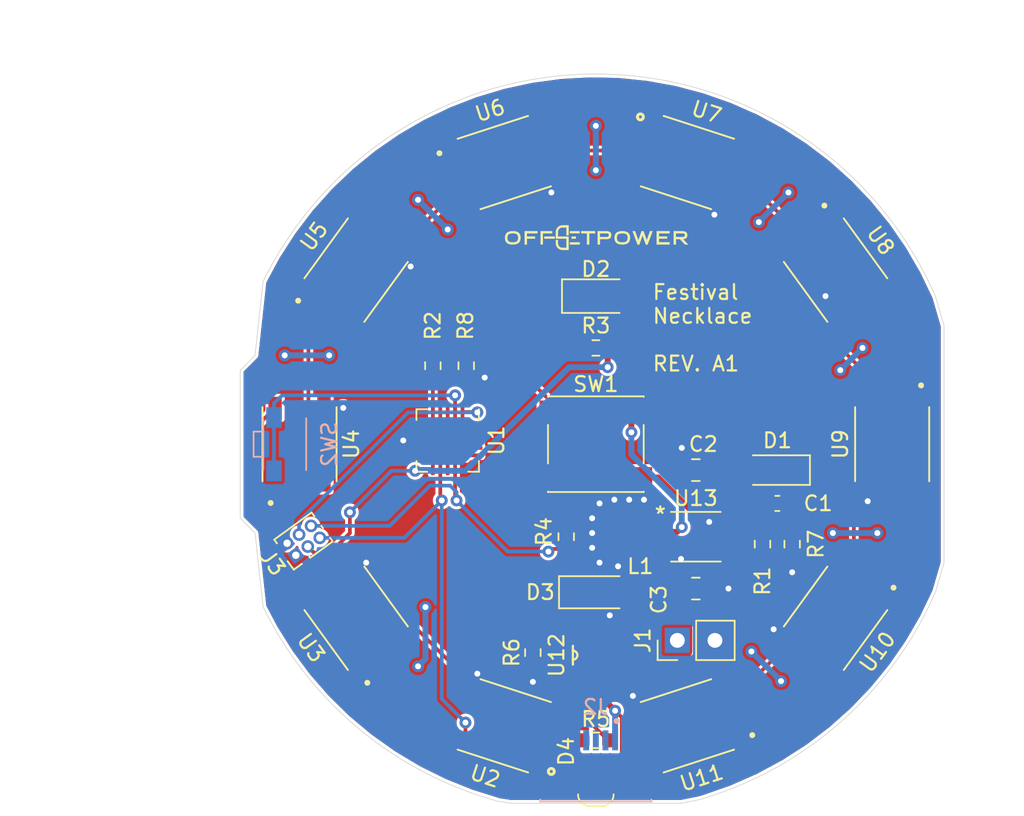
<source format=kicad_pcb>
(kicad_pcb (version 20171130) (host pcbnew "(5.1.10)-1")
  (layers (0 F.Cu signal) (31 B.Cu signal) (34 B.Paste user) (35 F.Paste user) (36 B.SilkS user) (37 F.SilkS user) (38 B.Mask user) (39 F.Mask user) (44 Edge.Cuts user))
  (net 0 "")
  (net 1 VCC)
  (net 2 GND)
  (net 3 ~RESET~)
  (net 4 IR_RX-CLK)
  (net 5 PWR_EN)
  (net 6 "Net-(U1-Pad3)")
  (net 7 BTTN)
  (net 8 LED_DO-MISO)
  (net 9 IR_TX-MOSI)
  (net 10 "Net-(U2-Pad2)")
  (net 11 "Net-(U3-Pad2)")
  (net 12 "Net-(U4-Pad2)")
  (net 13 "Net-(U5-Pad2)")
  (net 14 "Net-(U1-Pad20)")
  (net 15 "Net-(U1-Pad19)")
  (net 16 "Net-(U1-Pad18)")
  (net 17 "Net-(U1-Pad17)")
  (net 18 "Net-(U1-Pad16)")
  (net 19 "Net-(U1-Pad13)")
  (net 20 "Net-(U1-Pad10)")
  (net 21 "Net-(U1-Pad9)")
  (net 22 "Net-(U1-Pad7)")
  (net 23 "Net-(U1-Pad6)")
  (net 24 "Net-(U1-Pad4)")
  (net 25 "Net-(D2-Pad1)")
  (net 26 VBAT)
  (net 27 "Net-(R5-Pad2)")
  (net 28 "Net-(R6-Pad2)")
  (net 29 "Net-(D4-Pad2)")
  (net 30 "Net-(D4-Pad1)")
  (net 31 "Net-(J2-Pad3)")
  (net 32 "Net-(J2-Pad2)")
  (net 33 "Net-(J2-Pad4)")
  (net 34 LED_DO5)
  (net 35 "Net-(U7-Pad2)")
  (net 36 "Net-(U8-Pad2)")
  (net 37 "Net-(U10-Pad4)")
  (net 38 "Net-(U10-Pad2)")
  (net 39 "Net-(U11-Pad2)")
  (net 40 "Net-(C1-Pad1)")
  (net 41 "Net-(C1-Pad2)")
  (net 42 EN)
  (net 43 "Net-(L1-Pad2)")
  (net 44 "Net-(U13-Pad6)")
  (module FestivalNecklace:Offset_Logo_13.8_4.2mm (layer F.Cu) (at 100.05 86.05)
    (fp_text reference G*** hide)
    (fp_text value LOGO hide)
  )
  (module FestivalNecklace:NRS2012T2R2MGJ (layer F.Cu) (at 102 106.25 90)
    (fp_text reference L1 (at -2 1 180) (layer F.SilkS))
    (fp_text value 2.2u hide)
    (pad 1 smd rect (at -0.675 0 90) (size 0.6604 2.0066) (layers F.Cu F.Paste F.Mask) (net 26 VBAT))
    (pad 2 smd rect (at 0.675 0 90) (size 0.6604 2.0066) (layers F.Cu F.Paste F.Mask) (net 43 "Net-(L1-Pad2)"))
  )
  (module Diode_SMD:D_SOD-123F (layer F.Cu) (at 112.25 101.75 180)
    (fp_text reference D1 (at 0 2) (layer F.SilkS))
    (fp_text value D_Schottky)
    (pad 2 smd rect (at 1.4 0 180) (size 1.1 1.1) (layers F.Cu F.Paste F.Mask) (net 40 "Net-(C1-Pad1)"))
    (pad 1 smd rect (at -1.4 0 180) (size 1.1 1.1) (layers F.Cu F.Paste F.Mask) (net 1 VCC))
  )
  (module Capacitor_SMD:C_0805_2012Metric (layer F.Cu) (at 106.75 109.75)
    (fp_text reference C3 (at -2.5 0.75 90) (layer F.SilkS))
    (fp_text value 10uF)
    (pad 2 smd roundrect (at 0.95 0) (size 1 1.45) (layers F.Cu F.Paste F.Mask) (net 2 GND))
    (pad 1 smd roundrect (at -0.95 0) (size 1 1.45) (layers F.Cu F.Paste F.Mask) (net 26 VBAT))
  )
  (module Capacitor_SMD:C_0805_2012Metric (layer F.Cu) (at 106.75 101.75 180)
    (fp_text reference C2 (at -0.5 1.75) (layer F.SilkS))
    (fp_text value 22uF)
    (pad 2 smd roundrect (at 0.95 0 180) (size 1 1.45) (layers F.Cu F.Paste F.Mask) (net 2 GND))
    (pad 1 smd roundrect (at -0.95 0 180) (size 1 1.45) (layers F.Cu F.Paste F.Mask) (net 40 "Net-(C1-Pad1)"))
  )
  (module Capacitor_SMD:C_0603_1608Metric (layer F.Cu) (at 112.25 104)
    (fp_text reference C1 (at 2.75 0) (layer F.SilkS))
    (fp_text value 1n)
    (pad 2 smd roundrect (at 0.775 0) (size 0.9 0.95) (layers F.Cu F.Paste F.Mask) (net 41 "Net-(C1-Pad2)"))
    (pad 1 smd roundrect (at -0.775 0) (size 0.9 0.95) (layers F.Cu F.Paste F.Mask) (net 40 "Net-(C1-Pad1)"))
  )
  (module FestivalNecklace:PAM2401SCADJ (layer F.Cu) (at 106.75 106.25)
    (fp_text reference U13 (at 0 -2.6) (layer F.SilkS))
    (fp_text value PAM2401SCADJ hide)
    (fp_text user * (at -2.4 -1.5) (layer F.SilkS))
    (pad 1 smd rect (at -2.1209 -0.97536) (size 1.0414 0.381) (layers F.Cu F.Paste F.Mask) (net 43 "Net-(L1-Pad2)"))
    (pad 2 smd rect (at -2.1209 -0.32512) (size 1.0414 0.381) (layers F.Cu F.Paste F.Mask) (net 42 EN))
    (pad 3 smd rect (at -2.1209 0.32512) (size 1.0414 0.381) (layers F.Cu F.Paste F.Mask) (net 26 VBAT))
    (pad 4 smd rect (at -2.1209 0.97536) (size 1.0414 0.381) (layers F.Cu F.Paste F.Mask) (net 2 GND))
    (pad 5 smd rect (at 2.1209 0.97536) (size 1.0414 0.381) (layers F.Cu F.Paste F.Mask) (net 41 "Net-(C1-Pad2)"))
    (pad 6 smd rect (at 2.1209 0.32512) (size 1.0414 0.381) (layers F.Cu F.Paste F.Mask) (net 44 "Net-(U13-Pad6)"))
    (pad 7 smd rect (at 2.1209 -0.32512) (size 1.0414 0.381) (layers F.Cu F.Paste F.Mask) (net 40 "Net-(C1-Pad1)"))
    (pad 8 smd rect (at 2.1209 -0.97536) (size 1.0414 0.381) (layers F.Cu F.Paste F.Mask) (net 2 GND))
  )
  (module Resistor_SMD:R_0603_1608Metric (layer F.Cu) (at 91.25 94.7 90)
    (fp_text reference R8 (at 2.7 -0.05 90) (layer F.SilkS))
    (fp_text value 100k)
    (pad 2 smd roundrect (at 0.825 0 90) (size 0.8 0.95) (layers F.Cu F.Paste F.Mask) (net 42 EN))
    (pad 1 smd roundrect (at -0.825 0 90) (size 0.8 0.95) (layers F.Cu F.Paste F.Mask) (net 2 GND))
  )
  (module Resistor_SMD:R_0603_1608Metric (layer F.Cu) (at 113.25 106.75 90)
    (fp_text reference R7 (at 0 1.6 90) (layer F.SilkS))
    (fp_text value 100k)
    (pad 2 smd roundrect (at 0.825 0 90) (size 0.8 0.95) (layers F.Cu F.Paste F.Mask) (net 41 "Net-(C1-Pad2)"))
    (pad 1 smd roundrect (at -0.825 0 90) (size 0.8 0.95) (layers F.Cu F.Paste F.Mask) (net 2 GND))
  )
  (module Resistor_SMD:R_0603_1608Metric (layer F.Cu) (at 89 94.7 90)
    (fp_text reference R2 (at 2.7 0 90) (layer F.SilkS))
    (fp_text value 1.5k)
    (pad 2 smd roundrect (at 0.825 0 90) (size 0.8 0.95) (layers F.Cu F.Paste F.Mask) (net 42 EN))
    (pad 1 smd roundrect (at -0.825 0 90) (size 0.8 0.95) (layers F.Cu F.Paste F.Mask) (net 5 PWR_EN))
  )
  (module Resistor_SMD:R_0603_1608Metric (layer F.Cu) (at 111.25 106.75 90)
    (fp_text reference R1 (at -2.5 0 90) (layer F.SilkS))
    (fp_text value 750k)
    (pad 2 smd roundrect (at 0.825 0 90) (size 0.8 0.95) (layers F.Cu F.Paste F.Mask) (net 40 "Net-(C1-Pad1)"))
    (pad 1 smd roundrect (at -0.825 0 90) (size 0.8 0.95) (layers F.Cu F.Paste F.Mask) (net 41 "Net-(C1-Pad2)"))
  )
  (module Connector_PinHeader_2.54mm:PinHeader_1x02_P2.54mm_Vertical (layer F.Cu) (at 105.5 113.25 90)
    (fp_text reference J1 (at 0 -2.33 90) (layer F.SilkS))
    (fp_text value Conn_01x02)
    (pad 2 thru_hole oval (at 0 2.54 90) (size 1.7 1.7) (drill 1) (layers *.Cu *.Mask) (net 2 GND))
    (pad 1 thru_hole rect (at 0 0 90) (size 1.7 1.7) (drill 1) (layers *.Cu *.Mask) (net 26 VBAT))
  )
  (module FestivalNecklace:SOT95P270X145-5N (layer F.Cu) (at 100 114.25 90)
    (fp_text reference U12 (at 0 -2.65 90) (layer F.SilkS))
    (fp_text value MCP73832T-2ACI_OT)
    (pad 1 smd rect (at -1.3716 -0.9398 90) (size 1.3208 0.5588) (layers F.Cu F.Paste F.Mask) (net 27 "Net-(R5-Pad2)"))
    (pad 2 smd rect (at -1.3716 0 90) (size 1.3208 0.5588) (layers F.Cu F.Paste F.Mask) (net 29 "Net-(D4-Pad2)"))
    (pad 3 smd rect (at -1.3716 0.9398 90) (size 1.3208 0.5588) (layers F.Cu F.Paste F.Mask) (net 26 VBAT))
    (pad 4 smd rect (at 1.3716 0.9398 90) (size 1.3208 0.5588) (layers F.Cu F.Paste F.Mask) (net 2 GND))
    (pad 5 smd rect (at 1.3716 -0.9398 90) (size 1.3208 0.5588) (layers F.Cu F.Paste F.Mask) (net 28 "Net-(R6-Pad2)"))
  )
  (module FestivalNecklace:LED_WS2812B-B (layer F.Cu) (at 106.1803 119.0211 198)
    (fp_text reference U11 (at 0.175 -3.635 18) (layer F.SilkS))
    (fp_text value WS2812B-B)
    (pad 1 smd rect (at -2.45 -1.65 198) (size 1.5 0.9) (layers F.Cu F.Paste F.Mask) (net 1 VCC))
    (pad 2 smd rect (at -2.45 1.65 198) (size 1.5 0.9) (layers F.Cu F.Paste F.Mask) (net 39 "Net-(U11-Pad2)"))
    (pad 3 smd rect (at 2.45 1.65 198) (size 1.5 0.9) (layers F.Cu F.Paste F.Mask) (net 2 GND))
    (pad 4 smd rect (at 2.45 -1.65 198) (size 1.5 0.9) (layers F.Cu F.Paste F.Mask) (net 38 "Net-(U10-Pad2)"))
  )
  (module FestivalNecklace:LED_WS2812B-B (layer F.Cu) (at 116.1803 111.7557 234)
    (fp_text reference U10 (at 0.175 -3.635 54) (layer F.SilkS))
    (fp_text value WS2812B-B)
    (pad 1 smd rect (at -2.45 -1.65 234) (size 1.5 0.9) (layers F.Cu F.Paste F.Mask) (net 1 VCC))
    (pad 2 smd rect (at -2.45 1.65 234) (size 1.5 0.9) (layers F.Cu F.Paste F.Mask) (net 38 "Net-(U10-Pad2)"))
    (pad 3 smd rect (at 2.45 1.65 234) (size 1.5 0.9) (layers F.Cu F.Paste F.Mask) (net 2 GND))
    (pad 4 smd rect (at 2.45 -1.65 234) (size 1.5 0.9) (layers F.Cu F.Paste F.Mask) (net 37 "Net-(U10-Pad4)"))
  )
  (module FestivalNecklace:LED_WS2812B-B (layer F.Cu) (at 120 100 270)
    (fp_text reference U9 (at 0 3.5 90) (layer F.SilkS))
    (fp_text value WS2812B-B)
    (pad 1 smd rect (at -2.45 -1.65 270) (size 1.5 0.9) (layers F.Cu F.Paste F.Mask) (net 1 VCC))
    (pad 2 smd rect (at -2.45 1.65 270) (size 1.5 0.9) (layers F.Cu F.Paste F.Mask) (net 37 "Net-(U10-Pad4)"))
    (pad 3 smd rect (at 2.45 1.65 270) (size 1.5 0.9) (layers F.Cu F.Paste F.Mask) (net 2 GND))
    (pad 4 smd rect (at 2.45 -1.65 270) (size 1.5 0.9) (layers F.Cu F.Paste F.Mask) (net 36 "Net-(U8-Pad2)"))
  )
  (module FestivalNecklace:LED_WS2812B-B (layer F.Cu) (at 116.1803 88.2443 306)
    (fp_text reference U8 (at 0.175 -3.635 126) (layer F.SilkS))
    (fp_text value WS2812B-B)
    (pad 1 smd rect (at -2.45 -1.65 306) (size 1.5 0.9) (layers F.Cu F.Paste F.Mask) (net 1 VCC))
    (pad 2 smd rect (at -2.45 1.65 306) (size 1.5 0.9) (layers F.Cu F.Paste F.Mask) (net 36 "Net-(U8-Pad2)"))
    (pad 3 smd rect (at 2.45 1.65 306) (size 1.5 0.9) (layers F.Cu F.Paste F.Mask) (net 2 GND))
    (pad 4 smd rect (at 2.45 -1.65 306) (size 1.5 0.9) (layers F.Cu F.Paste F.Mask) (net 35 "Net-(U7-Pad2)"))
  )
  (module FestivalNecklace:LED_WS2812B-B (layer F.Cu) (at 106.1803 80.9789 342)
    (fp_text reference U7 (at 0.175 -3.635 162) (layer F.SilkS))
    (fp_text value WS2812B-B)
    (pad 1 smd rect (at -2.45 -1.65 342) (size 1.5 0.9) (layers F.Cu F.Paste F.Mask) (net 1 VCC))
    (pad 2 smd rect (at -2.45 1.65 342) (size 1.5 0.9) (layers F.Cu F.Paste F.Mask) (net 35 "Net-(U7-Pad2)"))
    (pad 3 smd rect (at 2.45 1.65 342) (size 1.5 0.9) (layers F.Cu F.Paste F.Mask) (net 2 GND))
    (pad 4 smd rect (at 2.45 -1.65 342) (size 1.5 0.9) (layers F.Cu F.Paste F.Mask) (net 34 LED_DO5))
  )
  (module FestivalNecklace:LED_WS2812B-B (layer F.Cu) (at 93.8197 80.9789 18)
    (fp_text reference U6 (at 0.175 -3.635 18) (layer F.SilkS))
    (fp_text value WS2812B-B)
    (pad 1 smd rect (at -2.45 -1.65 18) (size 1.5 0.9) (layers F.Cu F.Paste F.Mask) (net 1 VCC))
    (pad 2 smd rect (at -2.45 1.65 18) (size 1.5 0.9) (layers F.Cu F.Paste F.Mask) (net 34 LED_DO5))
    (pad 3 smd rect (at 2.45 1.65 18) (size 1.5 0.9) (layers F.Cu F.Paste F.Mask) (net 2 GND))
    (pad 4 smd rect (at 2.45 -1.65 18) (size 1.5 0.9) (layers F.Cu F.Paste F.Mask) (net 13 "Net-(U5-Pad2)"))
  )
  (module FestivalNecklace:LED_WS2812B-B (layer F.Cu) (at 83.8197 88.2443 54)
    (fp_text reference U5 (at 0.175 -3.635 54) (layer F.SilkS))
    (fp_text value WS2812B-B)
    (pad 1 smd rect (at -2.45 -1.65 54) (size 1.5 0.9) (layers F.Cu F.Paste F.Mask) (net 1 VCC))
    (pad 2 smd rect (at -2.45 1.65 54) (size 1.5 0.9) (layers F.Cu F.Paste F.Mask) (net 13 "Net-(U5-Pad2)"))
    (pad 3 smd rect (at 2.45 1.65 54) (size 1.5 0.9) (layers F.Cu F.Paste F.Mask) (net 2 GND))
    (pad 4 smd rect (at 2.45 -1.65 54) (size 1.5 0.9) (layers F.Cu F.Paste F.Mask) (net 12 "Net-(U4-Pad2)"))
  )
  (module FestivalNecklace:LED_WS2812B-B (layer F.Cu) (at 80 100 90)
    (fp_text reference U4 (at 0 3.5 90) (layer F.SilkS))
    (fp_text value WS2812B-B)
    (pad 1 smd rect (at -2.45 -1.65 90) (size 1.5 0.9) (layers F.Cu F.Paste F.Mask) (net 1 VCC))
    (pad 2 smd rect (at -2.45 1.65 90) (size 1.5 0.9) (layers F.Cu F.Paste F.Mask) (net 12 "Net-(U4-Pad2)"))
    (pad 3 smd rect (at 2.45 1.65 90) (size 1.5 0.9) (layers F.Cu F.Paste F.Mask) (net 2 GND))
    (pad 4 smd rect (at 2.45 -1.65 90) (size 1.5 0.9) (layers F.Cu F.Paste F.Mask) (net 11 "Net-(U3-Pad2)"))
  )
  (module FestivalNecklace:LED_WS2812B-B (layer F.Cu) (at 83.8197 111.7557 126)
    (fp_text reference U3 (at 0.175 -3.635 126) (layer F.SilkS))
    (fp_text value WS2812B-B)
    (pad 1 smd rect (at -2.45 -1.65 126) (size 1.5 0.9) (layers F.Cu F.Paste F.Mask) (net 1 VCC))
    (pad 2 smd rect (at -2.45 1.65 126) (size 1.5 0.9) (layers F.Cu F.Paste F.Mask) (net 11 "Net-(U3-Pad2)"))
    (pad 3 smd rect (at 2.45 1.65 126) (size 1.5 0.9) (layers F.Cu F.Paste F.Mask) (net 2 GND))
    (pad 4 smd rect (at 2.45 -1.65 126) (size 1.5 0.9) (layers F.Cu F.Paste F.Mask) (net 10 "Net-(U2-Pad2)"))
  )
  (module FestivalNecklace:LED_WS2812B-B (layer F.Cu) (at 93.8197 119.0211 162)
    (fp_text reference U2 (at 0.175 -3.635 162) (layer F.SilkS))
    (fp_text value WS2812B-B)
    (pad 1 smd rect (at -2.45 -1.65 162) (size 1.5 0.9) (layers F.Cu F.Paste F.Mask) (net 1 VCC))
    (pad 2 smd rect (at -2.45 1.65 162) (size 1.5 0.9) (layers F.Cu F.Paste F.Mask) (net 10 "Net-(U2-Pad2)"))
    (pad 3 smd rect (at 2.45 1.65 162) (size 1.5 0.9) (layers F.Cu F.Paste F.Mask) (net 2 GND))
    (pad 4 smd rect (at 2.45 -1.65 162) (size 1.5 0.9) (layers F.Cu F.Paste F.Mask) (net 8 LED_DO-MISO))
  )
  (module Package_DFN_QFN:QFN-20-1EP_4x4mm_P0.5mm_EP2.6x2.6mm (layer F.Cu) (at 90 99.75 270)
    (fp_text reference U1 (at 0 -3.3 90) (layer F.SilkS))
    (fp_text value ATtiny45V-10MU)
    (pad 21 smd rect (at 0 0 270) (size 2.6 2.6) (layers F.Cu F.Mask) (net 2 GND))
    (pad 20 smd roundrect (at -1 -1.925 270) (size 0.25 0.85) (layers F.Cu F.Paste F.Mask) (net 14 "Net-(U1-Pad20)"))
    (pad 19 smd roundrect (at -0.5 -1.925 270) (size 0.25 0.85) (layers F.Cu F.Paste F.Mask) (net 15 "Net-(U1-Pad19)"))
    (pad 18 smd roundrect (at 0 -1.925 270) (size 0.25 0.85) (layers F.Cu F.Paste F.Mask) (net 16 "Net-(U1-Pad18)"))
    (pad 17 smd roundrect (at 0.5 -1.925 270) (size 0.25 0.85) (layers F.Cu F.Paste F.Mask) (net 17 "Net-(U1-Pad17)"))
    (pad 16 smd roundrect (at 1 -1.925 270) (size 0.25 0.85) (layers F.Cu F.Paste F.Mask) (net 18 "Net-(U1-Pad16)"))
    (pad 15 smd roundrect (at 1.925 -1 270) (size 0.85 0.25) (layers F.Cu F.Paste F.Mask) (net 1 VCC))
    (pad 14 smd roundrect (at 1.925 -0.5 270) (size 0.85 0.25) (layers F.Cu F.Paste F.Mask) (net 4 IR_RX-CLK))
    (pad 13 smd roundrect (at 1.925 0 270) (size 0.85 0.25) (layers F.Cu F.Paste F.Mask) (net 19 "Net-(U1-Pad13)"))
    (pad 12 smd roundrect (at 1.925 0.5 270) (size 0.85 0.25) (layers F.Cu F.Paste F.Mask) (net 8 LED_DO-MISO))
    (pad 11 smd roundrect (at 1.925 1 270) (size 0.85 0.25) (layers F.Cu F.Paste F.Mask) (net 9 IR_TX-MOSI))
    (pad 10 smd roundrect (at 1 1.925 270) (size 0.25 0.85) (layers F.Cu F.Paste F.Mask) (net 20 "Net-(U1-Pad10)"))
    (pad 9 smd roundrect (at 0.5 1.925 270) (size 0.25 0.85) (layers F.Cu F.Paste F.Mask) (net 21 "Net-(U1-Pad9)"))
    (pad 8 smd roundrect (at 0 1.925 270) (size 0.25 0.85) (layers F.Cu F.Paste F.Mask) (net 2 GND))
    (pad 7 smd roundrect (at -0.5 1.925 270) (size 0.25 0.85) (layers F.Cu F.Paste F.Mask) (net 22 "Net-(U1-Pad7)"))
    (pad 6 smd roundrect (at -1 1.925 270) (size 0.25 0.85) (layers F.Cu F.Paste F.Mask) (net 23 "Net-(U1-Pad6)"))
    (pad 5 smd roundrect (at -1.925 1 270) (size 0.85 0.25) (layers F.Cu F.Paste F.Mask) (net 5 PWR_EN))
    (pad 4 smd roundrect (at -1.925 0.5 270) (size 0.85 0.25) (layers F.Cu F.Paste F.Mask) (net 24 "Net-(U1-Pad4)"))
    (pad 3 smd roundrect (at -1.925 0 270) (size 0.85 0.25) (layers F.Cu F.Paste F.Mask) (net 6 "Net-(U1-Pad3)"))
    (pad 2 smd roundrect (at -1.925 -0.5 270) (size 0.85 0.25) (layers F.Cu F.Paste F.Mask) (net 7 BTTN))
    (pad 1 smd roundrect (at -1.925 -1 270) (size 0.85 0.25) (layers F.Cu F.Paste F.Mask) (net 3 ~RESET~))
  )
  (module FestivalNecklace:EVQ-P7C01P (layer B.Cu) (at 79 100 90)
    (fp_text reference SW2 (at 0 3 90) (layer B.SilkS) (effects (justify mirror)))
    (fp_text value SW_Push_Dual hide)
    (pad 2 smd rect (at -1.8 -0.725 90) (size 1.4 1.05) (layers B.Cu B.Paste B.Mask) (net 7 BTTN))
    (pad 1 smd rect (at -1.8 0.725 90) (size 1.4 1.05) (layers B.Cu B.Paste B.Mask) (net 2 GND))
    (pad 1 smd rect (at 1.8 0.725 90) (size 1.4 1.05) (layers B.Cu B.Paste B.Mask) (net 2 GND))
    (pad 2 smd rect (at 1.8 -0.725 90) (size 1.4 1.05) (layers B.Cu B.Paste B.Mask) (net 7 BTTN))
  )
  (module FestivalNecklace:TL3301NF260QG (layer F.Cu) (at 100 100)
    (fp_text reference SW1 (at 0 -4.05) (layer F.SilkS))
    (fp_text value SW_Push_Dual)
    (pad 2 smd rect (at -2.4075 2.25) (size 2.785 1.4) (layers F.Cu F.Paste F.Mask) (net 26 VBAT))
    (pad 1 smd rect (at -2.4075 -2.25) (size 2.785 1.4) (layers F.Cu F.Paste F.Mask) (net 42 EN))
    (pad 1 smd rect (at 2.4075 -2.25) (size 2.785 1.4) (layers F.Cu F.Paste F.Mask) (net 42 EN))
    (pad 2 smd rect (at 2.4075 2.25) (size 2.785 1.4) (layers F.Cu F.Paste F.Mask) (net 26 VBAT))
  )
  (module Resistor_SMD:R_0603_1608Metric (layer F.Cu) (at 95.75 114.075 90)
    (fp_text reference R6 (at 0 -1.43 90) (layer F.SilkS))
    (fp_text value 4.7k)
    (pad 2 smd roundrect (at 0.825 0 90) (size 0.8 0.95) (layers F.Cu F.Paste F.Mask) (net 28 "Net-(R6-Pad2)"))
    (pad 1 smd roundrect (at -0.825 0 90) (size 0.8 0.95) (layers F.Cu F.Paste F.Mask) (net 2 GND))
  )
  (module Resistor_SMD:R_0603_1608Metric (layer F.Cu) (at 100 120)
    (fp_text reference R5 (at 0 -1.43) (layer F.SilkS))
    (fp_text value 1.5k)
    (pad 2 smd roundrect (at 0.825 0) (size 0.8 0.95) (layers F.Cu F.Paste F.Mask) (net 27 "Net-(R5-Pad2)"))
    (pad 1 smd roundrect (at -0.825 0) (size 0.8 0.95) (layers F.Cu F.Paste F.Mask) (net 30 "Net-(D4-Pad1)"))
  )
  (module Resistor_SMD:R_0603_1608Metric (layer F.Cu) (at 98 106.25 270)
    (fp_text reference R4 (at -0.35 1.5 90) (layer F.SilkS))
    (fp_text value 470k)
    (pad 2 smd roundrect (at 0.825 0 270) (size 0.8 0.95) (layers F.Cu F.Paste F.Mask) (net 4 IR_RX-CLK))
    (pad 1 smd roundrect (at -0.825 0 270) (size 0.8 0.95) (layers F.Cu F.Paste F.Mask) (net 2 GND))
  )
  (module Resistor_SMD:R_0603_1608Metric (layer F.Cu) (at 100 93.5 180)
    (fp_text reference R3 (at 0 1.5) (layer F.SilkS))
    (fp_text value 50)
    (pad 2 smd roundrect (at 0.825 0 180) (size 0.8 0.95) (layers F.Cu F.Paste F.Mask) (net 25 "Net-(D2-Pad1)"))
    (pad 1 smd roundrect (at -0.825 0 180) (size 0.8 0.95) (layers F.Cu F.Paste F.Mask) (net 9 IR_TX-MOSI))
  )
  (module Connector_PinHeader_1.00mm:PinHeader_2x03_P1.00mm_Vertical (layer F.Cu) (at 79.75 107.5 126)
    (fp_text reference J3 (at 0.5 -1.56 126) (layer F.SilkS))
    (fp_text value Conn_02x03_Odd_Even)
    (pad 6 thru_hole oval (at 1 2 126) (size 0.85 0.85) (drill 0.5) (layers *.Cu *.Mask) (net 4 IR_RX-CLK))
    (pad 5 thru_hole oval (at 0 2 126) (size 0.85 0.85) (drill 0.5) (layers *.Cu *.Mask) (net 8 LED_DO-MISO))
    (pad 4 thru_hole oval (at 1 1 126) (size 0.85 0.85) (drill 0.5) (layers *.Cu *.Mask) (net 3 ~RESET~))
    (pad 3 thru_hole oval (at 0 1 126) (size 0.85 0.85) (drill 0.5) (layers *.Cu *.Mask) (net 9 IR_TX-MOSI))
    (pad 2 thru_hole oval (at 1 0 126) (size 0.85 0.85) (drill 0.5) (layers *.Cu *.Mask) (net 2 GND))
    (pad 1 thru_hole rect (at 0 0 126) (size 0.85 0.85) (drill 0.5) (layers *.Cu *.Mask) (net 1 VCC))
  )
  (module FestivalNecklace:AMPHENOL_10118192-0002LF (layer B.Cu) (at 100 120 180)
    (fp_text reference J2 (at 0 2.25) (layer B.SilkS) (effects (justify mirror)))
    (fp_text value 10118192-0002LF)
    (pad 3 smd rect (at 0 0 180) (size 0.4 1.35) (layers B.Cu B.Paste B.Mask) (net 31 "Net-(J2-Pad3)"))
    (pad 2 smd rect (at -0.65 0 180) (size 0.4 1.35) (layers B.Cu B.Paste B.Mask) (net 32 "Net-(J2-Pad2)"))
    (pad 4 smd rect (at 0.65 0 180) (size 0.4 1.35) (layers B.Cu B.Paste B.Mask) (net 33 "Net-(J2-Pad4)"))
    (pad 1 smd rect (at -1.3 0 180) (size 0.4 1.35) (layers B.Cu B.Paste B.Mask) (net 29 "Net-(D4-Pad2)"))
    (pad 5 smd rect (at 1.3 0 180) (size 0.4 1.35) (layers B.Cu B.Paste B.Mask) (net 2 GND))
    (pad S1 smd rect (at -3.1 -0.125 180) (size 2.1 1.6) (layers B.Cu B.Paste B.Mask) (net 2 GND))
    (pad S2 smd rect (at 3.1 -0.125 180) (size 2.1 1.6) (layers B.Cu B.Paste B.Mask) (net 2 GND))
    (pad S4 smd rect (at -1.2 -2.675 180) (size 1.9 1.9) (layers B.Cu B.Paste B.Mask) (net 2 GND))
    (pad S5 smd rect (at 1.2 -2.675 180) (size 1.9 1.9) (layers B.Cu B.Paste B.Mask) (net 2 GND))
    (pad S3 smd rect (at -3.8 -2.675 180) (size 1.8 1.9) (layers B.Cu B.Paste B.Mask) (net 2 GND))
    (pad S6 smd rect (at 3.8 -2.675 180) (size 1.8 1.9) (layers B.Cu B.Paste B.Mask) (net 2 GND))
  )
  (module FestivalNecklace:APA3010SECK (layer F.Cu) (at 100 122.75)
    (fp_text reference D4 (at -2 -2 270) (layer F.SilkS))
    (fp_text value LED)
    (pad "" smd rect (at 0 -0.65) (size 0.9 0.9) (layers F.Cu F.Paste F.Mask))
    (pad 2 smd rect (at 1.75 0) (size 1.5 1.5) (layers F.Cu F.Paste F.Mask) (net 29 "Net-(D4-Pad2)"))
    (pad 1 smd rect (at -1.75 0) (size 1.5 1.5) (layers F.Cu F.Paste F.Mask) (net 30 "Net-(D4-Pad1)"))
  )
  (module LED_SMD:LED_1206_3216Metric_Castellated (layer F.Cu) (at 100 110)
    (fp_text reference D3 (at -3.75 0) (layer F.SilkS))
    (fp_text value D_Photo)
    (pad 2 smd roundrect (at 1.425 0) (size 1.6 1.65) (layers F.Cu F.Paste F.Mask) (roundrect_rratio 0.15625) (net 4 IR_RX-CLK))
    (pad 1 smd roundrect (at -1.425 0) (size 1.6 1.65) (layers F.Cu F.Paste F.Mask) (roundrect_rratio 0.15625) (net 1 VCC))
  )
  (module LED_SMD:LED_1206_3216Metric (layer F.Cu) (at 100 90)
    (fp_text reference D2 (at 0 -1.82) (layer F.SilkS))
    (fp_text value LED)
    (pad 2 smd roundrect (at 1.4 0) (size 1.25 1.75) (layers F.Cu F.Paste F.Mask) (roundrect_rratio 0.2) (net 1 VCC))
    (pad 1 smd roundrect (at -1.4 0) (size 1.25 1.75) (layers F.Cu F.Paste F.Mask) (roundrect_rratio 0.2) (net 25 "Net-(D2-Pad1)"))
  )
  (gr_text "Festival \nNecklace\n\nREV. A1" (at 103.75 92.15) (layer F.SilkS) (effects (font (size 1 1)) (justify left)))
  (gr_line (start 76 105) (end 77 106) (layer Edge.Cuts) (width 0.05))
  (gr_line (start 76 95) (end 77 94) (layer Edge.Cuts) (width 0.05))
  (gr_line (start 105.75 124.25) (end 94.25 124.25) (layer Edge.Cuts) (width 0.05))
  (gr_line (start 93.464613 124.130658) (end 94.25 124.25) (layer Edge.Cuts) (width 0.05))
  (gr_line (start 122.926751 90.031847) (end 123.5 92) (layer Edge.Cuts) (width 0.05))
  (gr_line (start 122.926751 109.968153) (end 123.5 108) (layer Edge.Cuts) (width 0.05))
  (gr_line (start 105.75 124.25) (end 107 124) (layer Edge.Cuts) (width 0.05))
  (gr_arc (start 100 100) (end 77.540392 110.980253) (angle -48.79243623) (layer Edge.Cuts) (width 0.05))
  (gr_line (start 77.540392 110.980253) (end 77 106) (layer Edge.Cuts) (width 0.05))
  (gr_line (start 77.540392 89.019747) (end 77 94) (layer Edge.Cuts) (width 0.05))
  (gr_line (start 76 105) (end 76 95) (layer Edge.Cuts) (width 0.05))
  (gr_arc (start 100 100) (end 122.926751 90.031847) (angle -130.4479316) (layer Edge.Cuts) (width 0.05))
  (gr_arc (start 100 100) (end 107 124) (angle -50.24122962) (layer Edge.Cuts) (width 0.05))
  (gr_line (start 123.5 108) (end 123.5 92) (layer Edge.Cuts) (width 0.05))
  (via (at 116 106) (size 0.8) (drill 0.4) (layers F.Cu B.Cu) (net 1))
  (via (at 119 106) (size 0.8) (drill 0.4) (layers F.Cu B.Cu) (net 1))
  (segment (start 116 106) (end 119 106) (width 0.4) (layer B.Cu) (net 1))
  (via (at 116.5 95) (size 0.8) (drill 0.4) (layers F.Cu B.Cu) (net 1))
  (via (at 118 93.5) (size 0.8) (drill 0.4) (layers F.Cu B.Cu) (net 1))
  (segment (start 116.5 95) (end 118 93.5) (width 0.4) (layer B.Cu) (net 1))
  (via (at 111 85) (size 0.8) (drill 0.4) (layers F.Cu B.Cu) (net 1))
  (via (at 113 83) (size 0.8) (drill 0.4) (layers F.Cu B.Cu) (net 1))
  (segment (start 111 85) (end 113 83) (width 0.4) (layer B.Cu) (net 1))
  (via (at 100 81.5) (size 0.8) (drill 0.4) (layers F.Cu B.Cu) (net 1))
  (via (at 100 78.5) (size 0.8) (drill 0.4) (layers F.Cu B.Cu) (net 1))
  (segment (start 100 81.5) (end 100 78.5) (width 0.4) (layer B.Cu) (net 1))
  (via (at 90 85.5) (size 0.8) (drill 0.4) (layers F.Cu B.Cu) (net 1))
  (via (at 88 83.5) (size 0.8) (drill 0.4) (layers F.Cu B.Cu) (net 1))
  (segment (start 90 85.5) (end 88 83.5) (width 0.4) (layer B.Cu) (net 1))
  (via (at 82 94) (size 0.8) (drill 0.4) (layers F.Cu B.Cu) (net 1))
  (via (at 79 94) (size 0.8) (drill 0.4) (layers F.Cu B.Cu) (net 1))
  (segment (start 82 94) (end 79 94) (width 0.4) (layer B.Cu) (net 1))
  (via (at 88.5 111) (size 0.8) (drill 0.4) (layers F.Cu B.Cu) (net 1))
  (via (at 88 115) (size 0.8) (drill 0.4) (layers F.Cu B.Cu) (net 1))
  (segment (start 88.5 111) (end 88.5 114.5) (width 0.4) (layer B.Cu) (net 1))
  (segment (start 88.5 114.5) (end 88 115) (width 0.4) (layer B.Cu) (net 1))
  (via (at 110.5 114) (size 0.8) (drill 0.4) (layers F.Cu B.Cu) (net 1))
  (via (at 112.5 116) (size 0.8) (drill 0.4) (layers F.Cu B.Cu) (net 1))
  (segment (start 110.5 114) (end 112.5 116) (width 0.4) (layer B.Cu) (net 1))
  (via (at 99.75 105) (size 0.8) (drill 0.4) (layers F.Cu B.Cu) (net 2))
  (via (at 99.75 106) (size 0.8) (drill 0.4) (layers F.Cu B.Cu) (net 2))
  (via (at 99.75 107) (size 0.8) (drill 0.4) (layers F.Cu B.Cu) (net 2))
  (via (at 101.25 103.75) (size 0.8) (drill 0.4) (layers F.Cu B.Cu) (net 2))
  (via (at 100.25 104) (size 0.8) (drill 0.4) (layers F.Cu B.Cu) (net 2))
  (via (at 102.25 103.75) (size 0.8) (drill 0.4) (layers F.Cu B.Cu) (net 2))
  (via (at 103.25 103.75) (size 0.8) (drill 0.4) (layers F.Cu B.Cu) (net 2))
  (segment (start 79.725 101.8) (end 79.725 98.2) (width 0.25) (layer B.Cu) (net 2))
  (via (at 92 115.5) (size 0.8) (drill 0.4) (layers F.Cu B.Cu) (net 2))
  (segment (start 91.99949 115.50051) (end 92 115.5) (width 0.4) (layer F.Cu) (net 2))
  (segment (start 91.99949 116.694765) (end 91.99949 115.50051) (width 0.4) (layer F.Cu) (net 2))
  (via (at 84.5 108) (size 0.8) (drill 0.4) (layers F.Cu B.Cu) (net 2))
  (segment (start 83.714504 108.785496) (end 84.5 108) (width 0.4) (layer F.Cu) (net 2))
  (segment (start 83.714504 108.803763) (end 83.714504 108.785496) (width 0.4) (layer F.Cu) (net 2))
  (via (at 87.5 88) (size 0.8) (drill 0.4) (layers F.Cu B.Cu) (net 2))
  (segment (start 86.732054 87.232054) (end 87.5 88) (width 0.4) (layer F.Cu) (net 2))
  (segment (start 86.594652 87.232054) (end 86.732054 87.232054) (width 0.4) (layer F.Cu) (net 2))
  (via (at 92.5 95.5) (size 0.8) (drill 0.4) (layers F.Cu B.Cu) (net 2))
  (segment (start 92.475 95.525) (end 92.5 95.5) (width 0.4) (layer F.Cu) (net 2))
  (segment (start 91.25 95.525) (end 92.475 95.525) (width 0.4) (layer F.Cu) (net 2))
  (via (at 97 83) (size 0.8) (drill 0.4) (layers F.Cu B.Cu) (net 2))
  (segment (start 96.659667 82.659667) (end 97 83) (width 0.4) (layer F.Cu) (net 2))
  (segment (start 96.659667 81.791052) (end 96.659667 82.659667) (width 0.4) (layer F.Cu) (net 2))
  (via (at 108 84.5) (size 0.8) (drill 0.4) (layers F.Cu B.Cu) (net 2))
  (segment (start 108.00051 84.49949) (end 108 84.5) (width 0.4) (layer F.Cu) (net 2))
  (segment (start 108.00051 83.305235) (end 108.00051 84.49949) (width 0.4) (layer F.Cu) (net 2))
  (via (at 115.5 90) (size 0.8) (drill 0.4) (layers F.Cu B.Cu) (net 2))
  (segment (start 116.285496 90.785496) (end 115.5 90) (width 0.4) (layer F.Cu) (net 2))
  (segment (start 116.285496 91.196237) (end 116.285496 90.785496) (width 0.4) (layer F.Cu) (net 2))
  (segment (start 112.267946 112.767946) (end 112 112.5) (width 0.4) (layer F.Cu) (net 2))
  (via (at 112 112.5) (size 0.8) (drill 0.4) (layers F.Cu B.Cu) (net 2))
  (segment (start 113.405348 112.767946) (end 112.267946 112.767946) (width 0.4) (layer F.Cu) (net 2))
  (via (at 102.5 117) (size 0.8) (drill 0.4) (layers F.Cu B.Cu) (net 2))
  (segment (start 103.340333 117.840333) (end 102.5 117) (width 0.4) (layer F.Cu) (net 2))
  (segment (start 103.340333 118.208948) (end 103.340333 117.840333) (width 0.4) (layer F.Cu) (net 2))
  (via (at 87 99.75) (size 0.8) (drill 0.4) (layers F.Cu B.Cu) (net 2))
  (segment (start 88.075 99.75) (end 87 99.75) (width 0.25) (layer F.Cu) (net 2))
  (segment (start 88.075 99.75) (end 90 99.75) (width 0.25) (layer F.Cu) (net 2))
  (via (at 105.75 107.75) (size 0.8) (drill 0.4) (layers F.Cu B.Cu) (net 2))
  (segment (start 105.22536 107.22536) (end 105.75 107.75) (width 0.4) (layer F.Cu) (net 2))
  (segment (start 104.6291 107.22536) (end 105.22536 107.22536) (width 0.4) (layer F.Cu) (net 2))
  (via (at 101.5 108.25) (size 0.8) (drill 0.4) (layers F.Cu B.Cu) (net 2))
  (via (at 100.25 108) (size 0.8) (drill 0.4) (layers F.Cu B.Cu) (net 2))
  (via (at 100.93982 111.560202) (size 0.8) (drill 0.4) (layers F.Cu B.Cu) (net 2))
  (segment (start 100.9398 112.8784) (end 100.9398 111.560222) (width 0.4) (layer F.Cu) (net 2))
  (segment (start 100.9398 111.560222) (end 100.93982 111.560202) (width 0.4) (layer F.Cu) (net 2))
  (segment (start 107.67464 105.27464) (end 107.65 105.25) (width 0.4) (layer F.Cu) (net 2))
  (segment (start 108.8709 105.27464) (end 107.67464 105.27464) (width 0.4) (layer F.Cu) (net 2))
  (via (at 107.65 105.25) (size 0.8) (drill 0.4) (layers F.Cu B.Cu) (net 2))
  (segment (start 113.25 107.575) (end 113.25 108.65) (width 0.4) (layer F.Cu) (net 2))
  (via (at 113.25 108.65) (size 0.8) (drill 0.4) (layers F.Cu B.Cu) (net 2))
  (via (at 95.75 116.050006) (size 0.8) (drill 0.4) (layers F.Cu B.Cu) (net 2))
  (segment (start 95.75 114.9) (end 95.75 116.050006) (width 0.4) (layer F.Cu) (net 2))
  (via (at 105.799994 100.25) (size 0.8) (drill 0.4) (layers F.Cu B.Cu) (net 2))
  (segment (start 105.8 100.250006) (end 105.799994 100.25) (width 0.4) (layer F.Cu) (net 2))
  (segment (start 105.8 101.75) (end 105.8 100.250006) (width 0.4) (layer F.Cu) (net 2))
  (via (at 118.350004 103.850004) (size 0.8) (drill 0.4) (layers F.Cu B.Cu) (net 2))
  (segment (start 118.35 102.45) (end 118.35 103.85) (width 0.4) (layer F.Cu) (net 2))
  (segment (start 118.35 103.85) (end 118.350004 103.850004) (width 0.4) (layer F.Cu) (net 2))
  (via (at 82.949942 97.55) (size 0.8) (drill 0.4) (layers F.Cu B.Cu) (net 2))
  (segment (start 81.65 97.55) (end 82.949942 97.55) (width 0.4) (layer F.Cu) (net 2))
  (via (at 108.949977 109.750023) (size 0.8) (drill 0.4) (layers F.Cu B.Cu) (net 2))
  (segment (start 107.7 109.75) (end 108.949954 109.75) (width 0.4) (layer F.Cu) (net 2))
  (segment (start 108.949954 109.75) (end 108.949977 109.750023) (width 0.4) (layer F.Cu) (net 2))
  (segment (start 87.33566 97.85) (end 92 97.85) (width 0.25) (layer B.Cu) (net 3))
  (segment (start 79.971232 105.214428) (end 87.33566 97.85) (width 0.25) (layer B.Cu) (net 3))
  (segment (start 79.971232 106.103198) (end 79.971232 105.214428) (width 0.25) (layer B.Cu) (net 3))
  (segment (start 91.975 97.825) (end 92 97.85) (width 0.25) (layer F.Cu) (net 3))
  (segment (start 91 97.825) (end 91.975 97.825) (width 0.25) (layer F.Cu) (net 3))
  (via (at 92 97.85) (size 0.8) (drill 0.4) (layers F.Cu B.Cu) (net 3))
  (via (at 90.599996 103.8) (size 0.8) (drill 0.4) (layers F.Cu B.Cu) (net 4))
  (segment (start 90.5 101.675) (end 90.5 103.700004) (width 0.25) (layer F.Cu) (net 4))
  (segment (start 90.5 103.700004) (end 90.599996 103.8) (width 0.25) (layer F.Cu) (net 4))
  (segment (start 90.599996 103.234315) (end 90.599996 103.8) (width 0.25) (layer B.Cu) (net 4))
  (segment (start 90.165681 102.8) (end 90.599996 103.234315) (width 0.25) (layer B.Cu) (net 4))
  (segment (start 88.8 102.8) (end 90.165681 102.8) (width 0.25) (layer B.Cu) (net 4))
  (segment (start 86.084587 105.515413) (end 88.8 102.8) (width 0.25) (layer B.Cu) (net 4))
  (segment (start 80.780249 105.515413) (end 86.084587 105.515413) (width 0.25) (layer B.Cu) (net 4))
  (segment (start 100.25 110) (end 101.425 110) (width 0.25) (layer F.Cu) (net 4))
  (segment (start 100 109.75) (end 100.25 110) (width 0.25) (layer F.Cu) (net 4))
  (segment (start 99.5 108.65) (end 100 109.15) (width 0.25) (layer F.Cu) (net 4))
  (segment (start 98.4 108.65) (end 99.5 108.65) (width 0.25) (layer F.Cu) (net 4))
  (segment (start 100 109.15) (end 100 109.75) (width 0.25) (layer F.Cu) (net 4))
  (segment (start 98 108.25) (end 98.4 108.65) (width 0.25) (layer F.Cu) (net 4))
  (segment (start 98 107.075) (end 98 108.25) (width 0.25) (layer F.Cu) (net 4))
  (via (at 96.8 107.25) (size 0.8) (drill 0.4) (layers F.Cu B.Cu) (net 4))
  (segment (start 98 107.075) (end 96.975 107.075) (width 0.25) (layer F.Cu) (net 4))
  (segment (start 96.975 107.075) (end 96.8 107.25) (width 0.25) (layer F.Cu) (net 4))
  (segment (start 94.049996 107.25) (end 96.8 107.25) (width 0.25) (layer B.Cu) (net 4))
  (segment (start 90.599996 103.8) (end 94.049996 107.25) (width 0.25) (layer B.Cu) (net 4))
  (segment (start 89 97.825) (end 89 95.525) (width 0.25) (layer F.Cu) (net 5))
  (segment (start 78.275 98.2) (end 78.275 101.8) (width 0.25) (layer B.Cu) (net 7))
  (via (at 90.499993 96.699993) (size 0.8) (drill 0.4) (layers F.Cu B.Cu) (net 7))
  (segment (start 90.5 97.825) (end 90.5 96.7) (width 0.25) (layer F.Cu) (net 7))
  (segment (start 78.275 98.2) (end 78.275 97.25) (width 0.25) (layer B.Cu) (net 7))
  (segment (start 78.275 97.25) (end 78.825007 96.699993) (width 0.25) (layer B.Cu) (net 7))
  (segment (start 78.825007 96.699993) (end 90.499993 96.699993) (width 0.25) (layer B.Cu) (net 7))
  (segment (start 90.5 96.7) (end 90.499993 96.699993) (width 0.25) (layer F.Cu) (net 7))
  (via (at 89.599993 103.8) (size 0.8) (drill 0.4) (layers F.Cu B.Cu) (net 8))
  (segment (start 89.5 103.700007) (end 89.599993 103.8) (width 0.25) (layer F.Cu) (net 8))
  (segment (start 89.5 101.675) (end 89.5 103.700007) (width 0.25) (layer F.Cu) (net 8))
  (via (at 91.2 118.8) (size 0.8) (drill 0.4) (layers F.Cu B.Cu) (net 8))
  (segment (start 89.599993 117.199993) (end 91.2 118.8) (width 0.25) (layer B.Cu) (net 8))
  (segment (start 89.599993 103.8) (end 89.599993 117.199993) (width 0.25) (layer B.Cu) (net 8))
  (segment (start 91.2 119.612985) (end 90.979733 119.833252) (width 0.25) (layer F.Cu) (net 8))
  (segment (start 91.2 118.8) (end 91.2 119.612985) (width 0.25) (layer F.Cu) (net 8))
  (segment (start 87.075564 106.324429) (end 89.599993 103.8) (width 0.25) (layer B.Cu) (net 8))
  (segment (start 81.368034 106.324429) (end 87.075564 106.324429) (width 0.25) (layer B.Cu) (net 8))
  (via (at 87.8 101.8) (size 0.8) (drill 0.4) (layers F.Cu B.Cu) (net 9))
  (segment (start 87.8 101.8) (end 90.2 101.8) (width 0.25) (layer B.Cu) (net 9))
  (via (at 100.8 94.8) (size 0.8) (drill 0.4) (layers F.Cu B.Cu) (net 9))
  (segment (start 100.8 93.525) (end 100.825 93.5) (width 0.4) (layer F.Cu) (net 9))
  (segment (start 100.8 94.8) (end 100.8 93.525) (width 0.4) (layer F.Cu) (net 9))
  (segment (start 98.2 94.8) (end 100.8 94.8) (width 0.4) (layer B.Cu) (net 9))
  (segment (start 91.2 101.8) (end 98.2 94.8) (width 0.4) (layer B.Cu) (net 9))
  (segment (start 87.8 101.8) (end 91.2 101.8) (width 0.4) (layer B.Cu) (net 9))
  (segment (start 87.925 101.675) (end 87.8 101.8) (width 0.25) (layer F.Cu) (net 9))
  (segment (start 89 101.675) (end 87.925 101.675) (width 0.25) (layer F.Cu) (net 9))
  (via (at 83.4 104.6) (size 0.8) (drill 0.4) (layers F.Cu B.Cu) (net 9))
  (segment (start 86.2 101.8) (end 83.4 104.6) (width 0.25) (layer B.Cu) (net 9))
  (segment (start 87.8 101.8) (end 86.2 101.8) (width 0.25) (layer B.Cu) (net 9))
  (segment (start 80.984016 107.337214) (end 80.559017 106.912215) (width 0.25) (layer F.Cu) (net 9))
  (segment (start 82.062786 107.337214) (end 80.984016 107.337214) (width 0.25) (layer F.Cu) (net 9))
  (segment (start 83.4 106) (end 82.062786 107.337214) (width 0.25) (layer F.Cu) (net 9))
  (segment (start 83.4 104.6) (end 83.4 106) (width 0.25) (layer F.Cu) (net 9))
  (segment (start 91.807212 118.208948) (end 96.659667 118.208948) (width 0.25) (layer F.Cu) (net 10))
  (segment (start 90.4 116.801736) (end 91.807212 118.208948) (width 0.25) (layer F.Cu) (net 10))
  (segment (start 90.4 114.959588) (end 90.4 116.801736) (width 0.25) (layer F.Cu) (net 10))
  (segment (start 86.183866 110.743454) (end 90.4 114.959588) (width 0.25) (layer F.Cu) (net 10))
  (segment (start 81.044748 110.743454) (end 86.183866 110.743454) (width 0.25) (layer F.Cu) (net 10))
  (segment (start 78.2 109.8) (end 81.167946 112.767946) (width 0.25) (layer F.Cu) (net 11))
  (segment (start 78.2 107.2) (end 78.2 109.8) (width 0.25) (layer F.Cu) (net 11))
  (segment (start 78 105.1) (end 78 107) (width 0.25) (layer F.Cu) (net 11))
  (segment (start 78 107) (end 78.2 107.2) (width 0.25) (layer F.Cu) (net 11))
  (segment (start 77.2 104.3) (end 78 105.1) (width 0.25) (layer F.Cu) (net 11))
  (segment (start 81.167946 112.767946) (end 86.594652 112.767946) (width 0.25) (layer F.Cu) (net 11))
  (segment (start 77.2 98.7) (end 77.2 104.3) (width 0.25) (layer F.Cu) (net 11))
  (segment (start 78.35 97.55) (end 77.2 98.7) (width 0.25) (layer F.Cu) (net 11))
  (segment (start 80.6 101.4) (end 81.65 102.45) (width 0.25) (layer F.Cu) (net 12))
  (segment (start 83 88.936177) (end 80.6 91.336177) (width 0.25) (layer F.Cu) (net 12))
  (segment (start 80.6 91.336177) (end 80.6 101.4) (width 0.25) (layer F.Cu) (net 12))
  (segment (start 83 86.217259) (end 83 88.936177) (width 0.25) (layer F.Cu) (net 12))
  (segment (start 83.924896 85.292363) (end 83 86.217259) (width 0.25) (layer F.Cu) (net 12))
  (segment (start 84.5 90.410741) (end 83.714504 91.196237) (width 0.25) (layer F.Cu) (net 13))
  (segment (start 84.5 87.5) (end 84.5 90.410741) (width 0.25) (layer F.Cu) (net 13))
  (segment (start 86.5 85.5) (end 84.5 87.5) (width 0.25) (layer F.Cu) (net 13))
  (segment (start 88.003879 85.5) (end 86.5 85.5) (width 0.25) (layer F.Cu) (net 13))
  (segment (start 94.851314 78.652565) (end 88.003879 85.5) (width 0.25) (layer F.Cu) (net 13))
  (segment (start 95.63991 78.652565) (end 94.851314 78.652565) (width 0.25) (layer F.Cu) (net 13))
  (segment (start 98.6 92.925) (end 99.175 93.5) (width 0.4) (layer F.Cu) (net 25))
  (segment (start 98.6 90) (end 98.6 92.925) (width 0.4) (layer F.Cu) (net 25))
  (segment (start 105.5 110.05) (end 105.8 109.75) (width 0.4) (layer F.Cu) (net 26))
  (segment (start 106.6 104.65) (end 104.2 102.25) (width 0.4) (layer F.Cu) (net 26))
  (segment (start 106.6 106) (end 106.6 104.65) (width 0.4) (layer F.Cu) (net 26))
  (segment (start 104.2 102.25) (end 102.4075 102.25) (width 0.4) (layer F.Cu) (net 26))
  (segment (start 106.02488 106.57512) (end 106.6 106) (width 0.4) (layer F.Cu) (net 26))
  (segment (start 104.6291 106.57512) (end 106.02488 106.57512) (width 0.4) (layer F.Cu) (net 26))
  (segment (start 97.5925 102.25) (end 102.4075 102.25) (width 0.4) (layer F.Cu) (net 26))
  (segment (start 99.0602 118.2352) (end 99.0602 115.6216) (width 0.25) (layer F.Cu) (net 27))
  (segment (start 100.825 120) (end 99.0602 118.2352) (width 0.25) (layer F.Cu) (net 27))
  (segment (start 96.1216 112.8784) (end 95.75 113.25) (width 0.25) (layer F.Cu) (net 28))
  (segment (start 99.0602 112.8784) (end 96.1216 112.8784) (width 0.25) (layer F.Cu) (net 28))
  (segment (start 101.75 118.45) (end 101.3 118) (width 0.25) (layer F.Cu) (net 29))
  (segment (start 101.75 122.75) (end 101.75 118.45) (width 0.25) (layer F.Cu) (net 29))
  (segment (start 100 116.7) (end 101.3 118) (width 0.4) (layer F.Cu) (net 29))
  (segment (start 100 115.6216) (end 100 116.7) (width 0.4) (layer F.Cu) (net 29))
  (segment (start 101.3 120) (end 101.3 118) (width 0.4) (layer B.Cu) (net 29))
  (via (at 101.3 118) (size 0.8) (drill 0.4) (layers F.Cu B.Cu) (net 29))
  (segment (start 98.25 120.925) (end 99.175 120) (width 0.25) (layer F.Cu) (net 30))
  (segment (start 98.25 122.75) (end 98.25 120.925) (width 0.25) (layer F.Cu) (net 30))
  (segment (start 95.137977 80.166748) (end 91.99949 83.305235) (width 0.25) (layer F.Cu) (net 34))
  (segment (start 109.020267 80.166748) (end 95.137977 80.166748) (width 0.25) (layer F.Cu) (net 34))
  (segment (start 109.754759 81.791052) (end 103.340333 81.791052) (width 0.25) (layer F.Cu) (net 35))
  (segment (start 117.220253 89.256546) (end 109.754759 81.791052) (width 0.25) (layer F.Cu) (net 35))
  (segment (start 118.955252 89.256546) (end 117.220253 89.256546) (width 0.25) (layer F.Cu) (net 35))
  (segment (start 113.405348 90.405348) (end 113.405348 87.232054) (width 0.25) (layer F.Cu) (net 36))
  (segment (start 120 101.5) (end 120 97) (width 0.25) (layer F.Cu) (net 36))
  (segment (start 120.95 102.45) (end 120 101.5) (width 0.25) (layer F.Cu) (net 36))
  (segment (start 120 97) (end 113.405348 90.405348) (width 0.25) (layer F.Cu) (net 36))
  (segment (start 121.65 102.45) (end 120.95 102.45) (width 0.25) (layer F.Cu) (net 36))
  (segment (start 117.415403 98.484597) (end 118.35 97.55) (width 0.25) (layer F.Cu) (net 37))
  (segment (start 117.415403 113.367338) (end 117.415403 98.484597) (width 0.25) (layer F.Cu) (net 37))
  (segment (start 116.075104 114.707637) (end 117.415403 113.367338) (width 0.25) (layer F.Cu) (net 37))
  (segment (start 116.285496 111.141917) (end 116.285496 108.803763) (width 0.25) (layer F.Cu) (net 38))
  (segment (start 113.463191 113.964222) (end 116.285496 111.141917) (width 0.25) (layer F.Cu) (net 38))
  (segment (start 112.531899 113.964222) (end 113.463191 113.964222) (width 0.25) (layer F.Cu) (net 38))
  (segment (start 105.148686 121.347435) (end 112.531899 113.964222) (width 0.25) (layer F.Cu) (net 38))
  (segment (start 104.36009 121.347435) (end 105.148686 121.347435) (width 0.25) (layer F.Cu) (net 38))
  (segment (start 111.6 107.575) (end 113.25 105.925) (width 0.4) (layer F.Cu) (net 41))
  (segment (start 111.25 107.575) (end 111.6 107.575) (width 0.4) (layer F.Cu) (net 41))
  (segment (start 113.25 104.225) (end 113.025 104) (width 0.4) (layer F.Cu) (net 41))
  (segment (start 113.25 105.925) (end 113.25 104.225) (width 0.4) (layer F.Cu) (net 41))
  (segment (start 111.175 107.5) (end 111.25 107.575) (width 0.4) (layer F.Cu) (net 41))
  (segment (start 110.25 107.5) (end 111.175 107.5) (width 0.4) (layer F.Cu) (net 41))
  (segment (start 109.97536 107.22536) (end 110.25 107.5) (width 0.4) (layer F.Cu) (net 41))
  (segment (start 108.8709 107.22536) (end 109.97536 107.22536) (width 0.4) (layer F.Cu) (net 41))
  (via (at 105.8 105.6) (size 0.8) (drill 0.4) (layers F.Cu B.Cu) (net 42))
  (segment (start 105.47512 105.92488) (end 105.8 105.6) (width 0.4) (layer F.Cu) (net 42))
  (segment (start 104.6291 105.92488) (end 105.47512 105.92488) (width 0.4) (layer F.Cu) (net 42))
  (via (at 102.4 99.2) (size 0.8) (drill 0.4) (layers F.Cu B.Cu) (net 42))
  (segment (start 102.4 97.7575) (end 102.4075 97.75) (width 0.4) (layer F.Cu) (net 42))
  (segment (start 102.4 99.2) (end 102.4 97.7575) (width 0.4) (layer F.Cu) (net 42))
  (segment (start 102.4075 97.75) (end 97.5925 97.75) (width 0.4) (layer F.Cu) (net 42))
  (segment (start 102.4 100.7) (end 102.4 99.2) (width 0.4) (layer B.Cu) (net 42))
  (segment (start 105.8 104.1) (end 102.4 100.7) (width 0.4) (layer B.Cu) (net 42))
  (segment (start 105.8 105.6) (end 105.8 104.1) (width 0.4) (layer B.Cu) (net 42))
  (segment (start 89 93.875) (end 91.25 93.875) (width 0.25) (layer F.Cu) (net 42))
  (segment (start 93.7175 93.875) (end 97.5925 97.75) (width 0.25) (layer F.Cu) (net 42))
  (segment (start 91.25 93.875) (end 93.7175 93.875) (width 0.25) (layer F.Cu) (net 42))
  (zone (net 40) (net_name "Net-(C1-Pad1)") (layer F.Cu) (priority 1) (connect_pads thru_hole_only (clearance 0.3)) (min_thickness 0.254) (fill yes (arc_segments 32) (thermal_gap 0.508) (thermal_bridge_width 0.508) (smoothing fillet) (radius 0.5))
    (polygon (pts (xy 111.75 102.5) (xy 112.25 103.25) (xy 112.25 104.75) (xy 112 105.25) (xy 112 106.5) (xy 110.5 106.5) (xy 110 106.25) (xy 108.25 106.25) (xy 108.25 105.75) (xy 109.75 105.75) (xy 109.75 104.75) (xy 107 102.75) (xy 107 100.75) (xy 111.75 100.75)))
  )
  (zone (net 26) (net_name VBAT) (layer F.Cu) (priority 1) (connect_pads yes (clearance 0.2)) (min_thickness 0.254) (fill yes (arc_segments 32) (thermal_gap 0.508) (thermal_bridge_width 1) (smoothing fillet) (radius 0.5))
    (polygon (pts (xy 106.5 114.5) (xy 104.25 114.5) (xy 101.5 116.5) (xy 100.6 116.5) (xy 100.6 114.75) (xy 101.5 114.75) (xy 104.25 112.75) (xy 104.25 112) (xy 106.5 112)))
  )
  (zone (net 26) (net_name VBAT) (layer F.Cu) (priority 1) (connect_pads yes (clearance 0.3)) (min_thickness 0.254) (fill yes (arc_segments 32) (thermal_gap 0.508) (thermal_bridge_width 1) (smoothing fillet) (radius 0.5))
    (polygon (pts (xy 103.5 106.3) (xy 104.1 106.3) (xy 105.3 106.3) (xy 105.3 106.8) (xy 103.6 106.8) (xy 103.6 107.25) (xy 105 108.75) (xy 106.5 108.75) (xy 106.5 114.5) (xy 104.5 114.5) (xy 104.5 112) (xy 105.25 111.5) (xy 105.25 110.75) (xy 102.25 107.5) (xy 101 107.5) (xy 101 106.5) (xy 103 106.5)))
  )
  (zone (net 1) (net_name VCC) (layer F.Cu) (connect_pads yes (clearance 0.2)) (min_thickness 0.2) (fill yes (arc_segments 32) (thermal_gap 0.508) (thermal_bridge_width 1) (smoothing fillet) (radius 0.5))
    (polygon (pts (xy 123.5 124.25) (xy 76 124.25) (xy 76 75) (xy 123.5 75)))
  )
  (zone (net 2) (net_name GND) (layer B.Cu) (connect_pads yes (clearance 0.2)) (min_thickness 0.2) (fill yes (arc_segments 32) (thermal_gap 0.508) (thermal_bridge_width 1) (smoothing fillet) (radius 0.5))
    (polygon (pts (xy 123.5 124.25) (xy 76 124.25) (xy 76 75) (xy 123.5 75)))
  )
  (zone (net 2) (net_name GND) (layer F.Cu) (priority 2) (connect_pads yes (clearance 0.2)) (min_thickness 0.254) (fill yes (arc_segments 32) (thermal_gap 0.508) (thermal_bridge_width 0.508) (smoothing chamfer) (radius 0.25))
    (polygon (pts (xy 104 104.5) (xy 100.6 104.5) (xy 100.6 107.75) (xy 102.1 107.75) (xy 103 108.75) (xy 100.25 108.75) (xy 99.5 108) (xy 98.75 108) (xy 98.75 107.25) (xy 98.75 106) (xy 97.25 106) (xy 97.25 104) (xy 99.75 104) (xy 99.75 103.25) (xy 104 103.25)))
  )
  (zone (net 43) (net_name "Net-(L1-Pad2)") (layer F.Cu) (priority 2) (connect_pads yes (clearance 0.2)) (min_thickness 0.254) (fill yes (arc_segments 32) (thermal_gap 0.508) (thermal_bridge_width 0.508) (smoothing fillet) (radius 0.25))
    (polygon (pts (xy 104.1 105.05) (xy 105.2 105.05) (xy 105.2 105.5) (xy 104.1 105.5) (xy 103 106) (xy 101 106) (xy 101 105) (xy 103 105)))
  )
)
</source>
